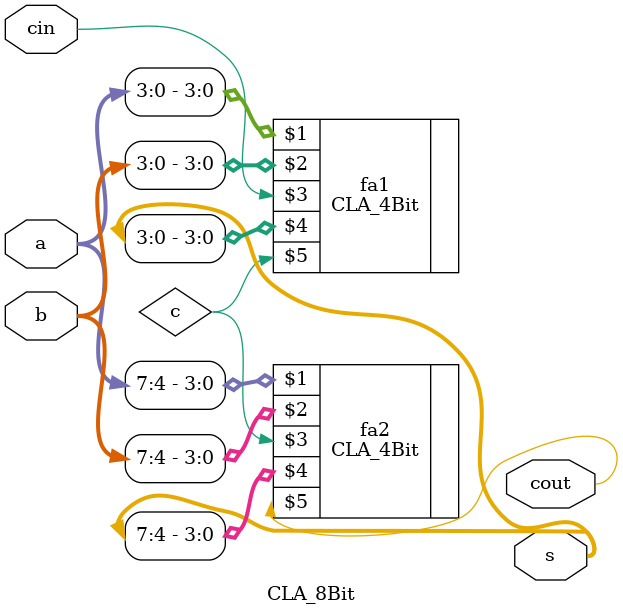
<source format=sv>
module CLA_8Bit(a, b, cin, s, cout);
input logic [7:0] a;
input logic [7:0] b;
output logic [7:0] s;
input logic cin;
output logic cout;
logic c;
CLA_4Bit fa1(a[3:0], b[3:0], cin, s[3:0], c);
CLA_4Bit fa2(a[7:4], b[7:4], c, s[7:4], cout);
endmodule
</source>
